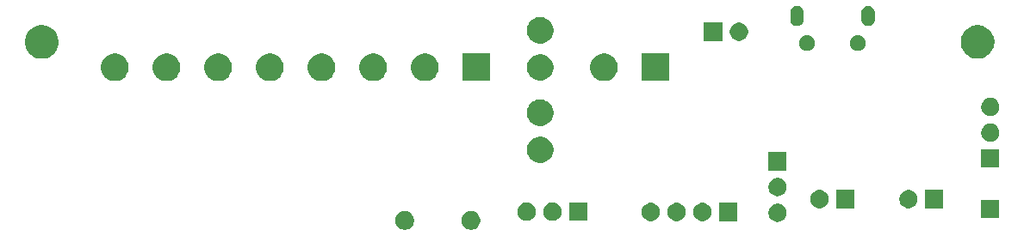
<source format=gbr>
G04 #@! TF.GenerationSoftware,KiCad,Pcbnew,(5.1.5)-3*
G04 #@! TF.CreationDate,2020-05-23T13:52:20-04:00*
G04 #@! TF.ProjectId,STM32_Klipper_Expander,53544d33-325f-44b6-9c69-707065725f45,B*
G04 #@! TF.SameCoordinates,Original*
G04 #@! TF.FileFunction,Soldermask,Bot*
G04 #@! TF.FilePolarity,Negative*
%FSLAX46Y46*%
G04 Gerber Fmt 4.6, Leading zero omitted, Abs format (unit mm)*
G04 Created by KiCad (PCBNEW (5.1.5)-3) date 2020-05-23 13:52:20*
%MOMM*%
%LPD*%
G04 APERTURE LIST*
%ADD10C,0.100000*%
G04 APERTURE END LIST*
D10*
G36*
X146460104Y-96722585D02*
G01*
X146628626Y-96792389D01*
X146780291Y-96893728D01*
X146909272Y-97022709D01*
X147010611Y-97174374D01*
X147080415Y-97342896D01*
X147116000Y-97521797D01*
X147116000Y-97704203D01*
X147080415Y-97883104D01*
X147010611Y-98051626D01*
X146909272Y-98203291D01*
X146780291Y-98332272D01*
X146628626Y-98433611D01*
X146460104Y-98503415D01*
X146281203Y-98539000D01*
X146098797Y-98539000D01*
X145919896Y-98503415D01*
X145751374Y-98433611D01*
X145599709Y-98332272D01*
X145470728Y-98203291D01*
X145369389Y-98051626D01*
X145299585Y-97883104D01*
X145264000Y-97704203D01*
X145264000Y-97521797D01*
X145299585Y-97342896D01*
X145369389Y-97174374D01*
X145470728Y-97022709D01*
X145599709Y-96893728D01*
X145751374Y-96792389D01*
X145919896Y-96722585D01*
X146098797Y-96687000D01*
X146281203Y-96687000D01*
X146460104Y-96722585D01*
G37*
G36*
X139960104Y-96722585D02*
G01*
X140128626Y-96792389D01*
X140280291Y-96893728D01*
X140409272Y-97022709D01*
X140510611Y-97174374D01*
X140580415Y-97342896D01*
X140616000Y-97521797D01*
X140616000Y-97704203D01*
X140580415Y-97883104D01*
X140510611Y-98051626D01*
X140409272Y-98203291D01*
X140280291Y-98332272D01*
X140128626Y-98433611D01*
X139960104Y-98503415D01*
X139781203Y-98539000D01*
X139598797Y-98539000D01*
X139419896Y-98503415D01*
X139251374Y-98433611D01*
X139099709Y-98332272D01*
X138970728Y-98203291D01*
X138869389Y-98051626D01*
X138799585Y-97883104D01*
X138764000Y-97704203D01*
X138764000Y-97521797D01*
X138799585Y-97342896D01*
X138869389Y-97174374D01*
X138970728Y-97022709D01*
X139099709Y-96893728D01*
X139251374Y-96792389D01*
X139419896Y-96722585D01*
X139598797Y-96687000D01*
X139781203Y-96687000D01*
X139960104Y-96722585D01*
G37*
G36*
X176454512Y-95954927D02*
G01*
X176603812Y-95984624D01*
X176767784Y-96052544D01*
X176915354Y-96151147D01*
X177040853Y-96276646D01*
X177139456Y-96424216D01*
X177207376Y-96588188D01*
X177242000Y-96762259D01*
X177242000Y-96939741D01*
X177207376Y-97113812D01*
X177139456Y-97277784D01*
X177040853Y-97425354D01*
X176915354Y-97550853D01*
X176767784Y-97649456D01*
X176603812Y-97717376D01*
X176454512Y-97747073D01*
X176429742Y-97752000D01*
X176252258Y-97752000D01*
X176227488Y-97747073D01*
X176078188Y-97717376D01*
X175914216Y-97649456D01*
X175766646Y-97550853D01*
X175641147Y-97425354D01*
X175542544Y-97277784D01*
X175474624Y-97113812D01*
X175440000Y-96939741D01*
X175440000Y-96762259D01*
X175474624Y-96588188D01*
X175542544Y-96424216D01*
X175641147Y-96276646D01*
X175766646Y-96151147D01*
X175914216Y-96052544D01*
X176078188Y-95984624D01*
X176227488Y-95954927D01*
X176252258Y-95950000D01*
X176429742Y-95950000D01*
X176454512Y-95954927D01*
G37*
G36*
X169067512Y-95881927D02*
G01*
X169216812Y-95911624D01*
X169380784Y-95979544D01*
X169528354Y-96078147D01*
X169653853Y-96203646D01*
X169752456Y-96351216D01*
X169820376Y-96515188D01*
X169855000Y-96689259D01*
X169855000Y-96866741D01*
X169820376Y-97040812D01*
X169752456Y-97204784D01*
X169653853Y-97352354D01*
X169528354Y-97477853D01*
X169380784Y-97576456D01*
X169216812Y-97644376D01*
X169067512Y-97674073D01*
X169042742Y-97679000D01*
X168865258Y-97679000D01*
X168840488Y-97674073D01*
X168691188Y-97644376D01*
X168527216Y-97576456D01*
X168379646Y-97477853D01*
X168254147Y-97352354D01*
X168155544Y-97204784D01*
X168087624Y-97040812D01*
X168053000Y-96866741D01*
X168053000Y-96689259D01*
X168087624Y-96515188D01*
X168155544Y-96351216D01*
X168254147Y-96203646D01*
X168379646Y-96078147D01*
X168527216Y-95979544D01*
X168691188Y-95911624D01*
X168840488Y-95881927D01*
X168865258Y-95877000D01*
X169042742Y-95877000D01*
X169067512Y-95881927D01*
G37*
G36*
X172395000Y-97679000D02*
G01*
X170593000Y-97679000D01*
X170593000Y-95877000D01*
X172395000Y-95877000D01*
X172395000Y-97679000D01*
G37*
G36*
X166527512Y-95881927D02*
G01*
X166676812Y-95911624D01*
X166840784Y-95979544D01*
X166988354Y-96078147D01*
X167113853Y-96203646D01*
X167212456Y-96351216D01*
X167280376Y-96515188D01*
X167315000Y-96689259D01*
X167315000Y-96866741D01*
X167280376Y-97040812D01*
X167212456Y-97204784D01*
X167113853Y-97352354D01*
X166988354Y-97477853D01*
X166840784Y-97576456D01*
X166676812Y-97644376D01*
X166527512Y-97674073D01*
X166502742Y-97679000D01*
X166325258Y-97679000D01*
X166300488Y-97674073D01*
X166151188Y-97644376D01*
X165987216Y-97576456D01*
X165839646Y-97477853D01*
X165714147Y-97352354D01*
X165615544Y-97204784D01*
X165547624Y-97040812D01*
X165513000Y-96866741D01*
X165513000Y-96689259D01*
X165547624Y-96515188D01*
X165615544Y-96351216D01*
X165714147Y-96203646D01*
X165839646Y-96078147D01*
X165987216Y-95979544D01*
X166151188Y-95911624D01*
X166300488Y-95881927D01*
X166325258Y-95877000D01*
X166502742Y-95877000D01*
X166527512Y-95881927D01*
G37*
G36*
X163987512Y-95881927D02*
G01*
X164136812Y-95911624D01*
X164300784Y-95979544D01*
X164448354Y-96078147D01*
X164573853Y-96203646D01*
X164672456Y-96351216D01*
X164740376Y-96515188D01*
X164775000Y-96689259D01*
X164775000Y-96866741D01*
X164740376Y-97040812D01*
X164672456Y-97204784D01*
X164573853Y-97352354D01*
X164448354Y-97477853D01*
X164300784Y-97576456D01*
X164136812Y-97644376D01*
X163987512Y-97674073D01*
X163962742Y-97679000D01*
X163785258Y-97679000D01*
X163760488Y-97674073D01*
X163611188Y-97644376D01*
X163447216Y-97576456D01*
X163299646Y-97477853D01*
X163174147Y-97352354D01*
X163075544Y-97204784D01*
X163007624Y-97040812D01*
X162973000Y-96866741D01*
X162973000Y-96689259D01*
X163007624Y-96515188D01*
X163075544Y-96351216D01*
X163174147Y-96203646D01*
X163299646Y-96078147D01*
X163447216Y-95979544D01*
X163611188Y-95911624D01*
X163760488Y-95881927D01*
X163785258Y-95877000D01*
X163962742Y-95877000D01*
X163987512Y-95881927D01*
G37*
G36*
X151783512Y-95853927D02*
G01*
X151932812Y-95883624D01*
X152096784Y-95951544D01*
X152244354Y-96050147D01*
X152369853Y-96175646D01*
X152468456Y-96323216D01*
X152536376Y-96487188D01*
X152571000Y-96661259D01*
X152571000Y-96838741D01*
X152536376Y-97012812D01*
X152468456Y-97176784D01*
X152369853Y-97324354D01*
X152244354Y-97449853D01*
X152096784Y-97548456D01*
X151932812Y-97616376D01*
X151792048Y-97644375D01*
X151758742Y-97651000D01*
X151581258Y-97651000D01*
X151547952Y-97644375D01*
X151407188Y-97616376D01*
X151243216Y-97548456D01*
X151095646Y-97449853D01*
X150970147Y-97324354D01*
X150871544Y-97176784D01*
X150803624Y-97012812D01*
X150769000Y-96838741D01*
X150769000Y-96661259D01*
X150803624Y-96487188D01*
X150871544Y-96323216D01*
X150970147Y-96175646D01*
X151095646Y-96050147D01*
X151243216Y-95951544D01*
X151407188Y-95883624D01*
X151556488Y-95853927D01*
X151581258Y-95849000D01*
X151758742Y-95849000D01*
X151783512Y-95853927D01*
G37*
G36*
X154323512Y-95853927D02*
G01*
X154472812Y-95883624D01*
X154636784Y-95951544D01*
X154784354Y-96050147D01*
X154909853Y-96175646D01*
X155008456Y-96323216D01*
X155076376Y-96487188D01*
X155111000Y-96661259D01*
X155111000Y-96838741D01*
X155076376Y-97012812D01*
X155008456Y-97176784D01*
X154909853Y-97324354D01*
X154784354Y-97449853D01*
X154636784Y-97548456D01*
X154472812Y-97616376D01*
X154332048Y-97644375D01*
X154298742Y-97651000D01*
X154121258Y-97651000D01*
X154087952Y-97644375D01*
X153947188Y-97616376D01*
X153783216Y-97548456D01*
X153635646Y-97449853D01*
X153510147Y-97324354D01*
X153411544Y-97176784D01*
X153343624Y-97012812D01*
X153309000Y-96838741D01*
X153309000Y-96661259D01*
X153343624Y-96487188D01*
X153411544Y-96323216D01*
X153510147Y-96175646D01*
X153635646Y-96050147D01*
X153783216Y-95951544D01*
X153947188Y-95883624D01*
X154096488Y-95853927D01*
X154121258Y-95849000D01*
X154298742Y-95849000D01*
X154323512Y-95853927D01*
G37*
G36*
X157651000Y-97651000D02*
G01*
X155849000Y-97651000D01*
X155849000Y-95849000D01*
X157651000Y-95849000D01*
X157651000Y-97651000D01*
G37*
G36*
X198151000Y-97401000D02*
G01*
X196349000Y-97401000D01*
X196349000Y-95599000D01*
X198151000Y-95599000D01*
X198151000Y-97401000D01*
G37*
G36*
X183901000Y-96401000D02*
G01*
X182099000Y-96401000D01*
X182099000Y-94599000D01*
X183901000Y-94599000D01*
X183901000Y-96401000D01*
G37*
G36*
X180573512Y-94603927D02*
G01*
X180722812Y-94633624D01*
X180886784Y-94701544D01*
X181034354Y-94800147D01*
X181159853Y-94925646D01*
X181258456Y-95073216D01*
X181326376Y-95237188D01*
X181356073Y-95386488D01*
X181361000Y-95411258D01*
X181361000Y-95588742D01*
X181356073Y-95613512D01*
X181326376Y-95762812D01*
X181258456Y-95926784D01*
X181159853Y-96074354D01*
X181034354Y-96199853D01*
X180886784Y-96298456D01*
X180722812Y-96366376D01*
X180573512Y-96396073D01*
X180548742Y-96401000D01*
X180371258Y-96401000D01*
X180346488Y-96396073D01*
X180197188Y-96366376D01*
X180033216Y-96298456D01*
X179885646Y-96199853D01*
X179760147Y-96074354D01*
X179661544Y-95926784D01*
X179593624Y-95762812D01*
X179563927Y-95613512D01*
X179559000Y-95588742D01*
X179559000Y-95411258D01*
X179563927Y-95386488D01*
X179593624Y-95237188D01*
X179661544Y-95073216D01*
X179760147Y-94925646D01*
X179885646Y-94800147D01*
X180033216Y-94701544D01*
X180197188Y-94633624D01*
X180346488Y-94603927D01*
X180371258Y-94599000D01*
X180548742Y-94599000D01*
X180573512Y-94603927D01*
G37*
G36*
X192651000Y-96401000D02*
G01*
X190849000Y-96401000D01*
X190849000Y-94599000D01*
X192651000Y-94599000D01*
X192651000Y-96401000D01*
G37*
G36*
X189323512Y-94603927D02*
G01*
X189472812Y-94633624D01*
X189636784Y-94701544D01*
X189784354Y-94800147D01*
X189909853Y-94925646D01*
X190008456Y-95073216D01*
X190076376Y-95237188D01*
X190106073Y-95386488D01*
X190111000Y-95411258D01*
X190111000Y-95588742D01*
X190106073Y-95613512D01*
X190076376Y-95762812D01*
X190008456Y-95926784D01*
X189909853Y-96074354D01*
X189784354Y-96199853D01*
X189636784Y-96298456D01*
X189472812Y-96366376D01*
X189323512Y-96396073D01*
X189298742Y-96401000D01*
X189121258Y-96401000D01*
X189096488Y-96396073D01*
X188947188Y-96366376D01*
X188783216Y-96298456D01*
X188635646Y-96199853D01*
X188510147Y-96074354D01*
X188411544Y-95926784D01*
X188343624Y-95762812D01*
X188313927Y-95613512D01*
X188309000Y-95588742D01*
X188309000Y-95411258D01*
X188313927Y-95386488D01*
X188343624Y-95237188D01*
X188411544Y-95073216D01*
X188510147Y-94925646D01*
X188635646Y-94800147D01*
X188783216Y-94701544D01*
X188947188Y-94633624D01*
X189096488Y-94603927D01*
X189121258Y-94599000D01*
X189298742Y-94599000D01*
X189323512Y-94603927D01*
G37*
G36*
X176454512Y-93414927D02*
G01*
X176603812Y-93444624D01*
X176767784Y-93512544D01*
X176915354Y-93611147D01*
X177040853Y-93736646D01*
X177139456Y-93884216D01*
X177207376Y-94048188D01*
X177242000Y-94222259D01*
X177242000Y-94399741D01*
X177207376Y-94573812D01*
X177139456Y-94737784D01*
X177040853Y-94885354D01*
X176915354Y-95010853D01*
X176767784Y-95109456D01*
X176603812Y-95177376D01*
X176454512Y-95207073D01*
X176429742Y-95212000D01*
X176252258Y-95212000D01*
X176227488Y-95207073D01*
X176078188Y-95177376D01*
X175914216Y-95109456D01*
X175766646Y-95010853D01*
X175641147Y-94885354D01*
X175542544Y-94737784D01*
X175474624Y-94573812D01*
X175440000Y-94399741D01*
X175440000Y-94222259D01*
X175474624Y-94048188D01*
X175542544Y-93884216D01*
X175641147Y-93736646D01*
X175766646Y-93611147D01*
X175914216Y-93512544D01*
X176078188Y-93444624D01*
X176227488Y-93414927D01*
X176252258Y-93410000D01*
X176429742Y-93410000D01*
X176454512Y-93414927D01*
G37*
G36*
X177242000Y-92672000D02*
G01*
X175440000Y-92672000D01*
X175440000Y-90870000D01*
X177242000Y-90870000D01*
X177242000Y-92672000D01*
G37*
G36*
X198151000Y-92401000D02*
G01*
X196349000Y-92401000D01*
X196349000Y-90599000D01*
X198151000Y-90599000D01*
X198151000Y-92401000D01*
G37*
G36*
X153379487Y-89383996D02*
G01*
X153616253Y-89482068D01*
X153616255Y-89482069D01*
X153694505Y-89534354D01*
X153829339Y-89624447D01*
X154010553Y-89805661D01*
X154152932Y-90018747D01*
X154251004Y-90255513D01*
X154301000Y-90506861D01*
X154301000Y-90763139D01*
X154251004Y-91014487D01*
X154152932Y-91251253D01*
X154152931Y-91251255D01*
X154010553Y-91464339D01*
X153829339Y-91645553D01*
X153616255Y-91787931D01*
X153616254Y-91787932D01*
X153616253Y-91787932D01*
X153379487Y-91886004D01*
X153128139Y-91936000D01*
X152871861Y-91936000D01*
X152620513Y-91886004D01*
X152383747Y-91787932D01*
X152383746Y-91787932D01*
X152383745Y-91787931D01*
X152170661Y-91645553D01*
X151989447Y-91464339D01*
X151847069Y-91251255D01*
X151847068Y-91251253D01*
X151748996Y-91014487D01*
X151699000Y-90763139D01*
X151699000Y-90506861D01*
X151748996Y-90255513D01*
X151847068Y-90018747D01*
X151989447Y-89805661D01*
X152170661Y-89624447D01*
X152305495Y-89534354D01*
X152383745Y-89482069D01*
X152383747Y-89482068D01*
X152620513Y-89383996D01*
X152871861Y-89334000D01*
X153128139Y-89334000D01*
X153379487Y-89383996D01*
G37*
G36*
X197363512Y-88063927D02*
G01*
X197512812Y-88093624D01*
X197676784Y-88161544D01*
X197824354Y-88260147D01*
X197949853Y-88385646D01*
X198048456Y-88533216D01*
X198116376Y-88697188D01*
X198151000Y-88871259D01*
X198151000Y-89048741D01*
X198116376Y-89222812D01*
X198048456Y-89386784D01*
X197949853Y-89534354D01*
X197824354Y-89659853D01*
X197676784Y-89758456D01*
X197512812Y-89826376D01*
X197363512Y-89856073D01*
X197338742Y-89861000D01*
X197161258Y-89861000D01*
X197136488Y-89856073D01*
X196987188Y-89826376D01*
X196823216Y-89758456D01*
X196675646Y-89659853D01*
X196550147Y-89534354D01*
X196451544Y-89386784D01*
X196383624Y-89222812D01*
X196349000Y-89048741D01*
X196349000Y-88871259D01*
X196383624Y-88697188D01*
X196451544Y-88533216D01*
X196550147Y-88385646D01*
X196675646Y-88260147D01*
X196823216Y-88161544D01*
X196987188Y-88093624D01*
X197136488Y-88063927D01*
X197161258Y-88059000D01*
X197338742Y-88059000D01*
X197363512Y-88063927D01*
G37*
G36*
X153379487Y-85723996D02*
G01*
X153616253Y-85822068D01*
X153616255Y-85822069D01*
X153651542Y-85845647D01*
X153829339Y-85964447D01*
X154010553Y-86145661D01*
X154152932Y-86358747D01*
X154251004Y-86595513D01*
X154301000Y-86846861D01*
X154301000Y-87103139D01*
X154251004Y-87354487D01*
X154152932Y-87591253D01*
X154152931Y-87591255D01*
X154010553Y-87804339D01*
X153829339Y-87985553D01*
X153616255Y-88127931D01*
X153616254Y-88127932D01*
X153616253Y-88127932D01*
X153379487Y-88226004D01*
X153128139Y-88276000D01*
X152871861Y-88276000D01*
X152620513Y-88226004D01*
X152383747Y-88127932D01*
X152383746Y-88127932D01*
X152383745Y-88127931D01*
X152170661Y-87985553D01*
X151989447Y-87804339D01*
X151847069Y-87591255D01*
X151847068Y-87591253D01*
X151748996Y-87354487D01*
X151699000Y-87103139D01*
X151699000Y-86846861D01*
X151748996Y-86595513D01*
X151847068Y-86358747D01*
X151989447Y-86145661D01*
X152170661Y-85964447D01*
X152348458Y-85845647D01*
X152383745Y-85822069D01*
X152383747Y-85822068D01*
X152620513Y-85723996D01*
X152871861Y-85674000D01*
X153128139Y-85674000D01*
X153379487Y-85723996D01*
G37*
G36*
X197363512Y-85523927D02*
G01*
X197512812Y-85553624D01*
X197676784Y-85621544D01*
X197824354Y-85720147D01*
X197949853Y-85845646D01*
X198048456Y-85993216D01*
X198116376Y-86157188D01*
X198151000Y-86331259D01*
X198151000Y-86508741D01*
X198116376Y-86682812D01*
X198048456Y-86846784D01*
X197949853Y-86994354D01*
X197824354Y-87119853D01*
X197676784Y-87218456D01*
X197512812Y-87286376D01*
X197363512Y-87316073D01*
X197338742Y-87321000D01*
X197161258Y-87321000D01*
X197136488Y-87316073D01*
X196987188Y-87286376D01*
X196823216Y-87218456D01*
X196675646Y-87119853D01*
X196550147Y-86994354D01*
X196451544Y-86846784D01*
X196383624Y-86682812D01*
X196349000Y-86508741D01*
X196349000Y-86331259D01*
X196383624Y-86157188D01*
X196451544Y-85993216D01*
X196550147Y-85845646D01*
X196675646Y-85720147D01*
X196823216Y-85621544D01*
X196987188Y-85553624D01*
X197136488Y-85523927D01*
X197161258Y-85519000D01*
X197338742Y-85519000D01*
X197363512Y-85523927D01*
G37*
G36*
X111584072Y-81200918D02*
G01*
X111780827Y-81282416D01*
X111829939Y-81302759D01*
X111903736Y-81352069D01*
X112051211Y-81450609D01*
X112239391Y-81638789D01*
X112387242Y-81860063D01*
X112489082Y-82105928D01*
X112492978Y-82125512D01*
X112541000Y-82366938D01*
X112541000Y-82633062D01*
X112489082Y-82894072D01*
X112387241Y-83139939D01*
X112239390Y-83361212D01*
X112051212Y-83549390D01*
X111829939Y-83697241D01*
X111829938Y-83697242D01*
X111829937Y-83697242D01*
X111584072Y-83799082D01*
X111323063Y-83851000D01*
X111056937Y-83851000D01*
X110795928Y-83799082D01*
X110550063Y-83697242D01*
X110550062Y-83697242D01*
X110550061Y-83697241D01*
X110328788Y-83549390D01*
X110140610Y-83361212D01*
X109992759Y-83139939D01*
X109890918Y-82894072D01*
X109839000Y-82633062D01*
X109839000Y-82366938D01*
X109887023Y-82125512D01*
X109890918Y-82105928D01*
X109992758Y-81860063D01*
X110140609Y-81638789D01*
X110328789Y-81450609D01*
X110476264Y-81352069D01*
X110550061Y-81302759D01*
X110599174Y-81282416D01*
X110795928Y-81200918D01*
X111056937Y-81149000D01*
X111323063Y-81149000D01*
X111584072Y-81200918D01*
G37*
G36*
X121744072Y-81200918D02*
G01*
X121940827Y-81282416D01*
X121989939Y-81302759D01*
X122063736Y-81352069D01*
X122211211Y-81450609D01*
X122399391Y-81638789D01*
X122547242Y-81860063D01*
X122649082Y-82105928D01*
X122652978Y-82125512D01*
X122701000Y-82366938D01*
X122701000Y-82633062D01*
X122649082Y-82894072D01*
X122547241Y-83139939D01*
X122399390Y-83361212D01*
X122211212Y-83549390D01*
X121989939Y-83697241D01*
X121989938Y-83697242D01*
X121989937Y-83697242D01*
X121744072Y-83799082D01*
X121483063Y-83851000D01*
X121216937Y-83851000D01*
X120955928Y-83799082D01*
X120710063Y-83697242D01*
X120710062Y-83697242D01*
X120710061Y-83697241D01*
X120488788Y-83549390D01*
X120300610Y-83361212D01*
X120152759Y-83139939D01*
X120050918Y-82894072D01*
X119999000Y-82633062D01*
X119999000Y-82366938D01*
X120047023Y-82125512D01*
X120050918Y-82105928D01*
X120152758Y-81860063D01*
X120300609Y-81638789D01*
X120488789Y-81450609D01*
X120636264Y-81352069D01*
X120710061Y-81302759D01*
X120759174Y-81282416D01*
X120955928Y-81200918D01*
X121216937Y-81149000D01*
X121483063Y-81149000D01*
X121744072Y-81200918D01*
G37*
G36*
X126824072Y-81200918D02*
G01*
X127020827Y-81282416D01*
X127069939Y-81302759D01*
X127143736Y-81352069D01*
X127291211Y-81450609D01*
X127479391Y-81638789D01*
X127627242Y-81860063D01*
X127729082Y-82105928D01*
X127732978Y-82125512D01*
X127781000Y-82366938D01*
X127781000Y-82633062D01*
X127729082Y-82894072D01*
X127627241Y-83139939D01*
X127479390Y-83361212D01*
X127291212Y-83549390D01*
X127069939Y-83697241D01*
X127069938Y-83697242D01*
X127069937Y-83697242D01*
X126824072Y-83799082D01*
X126563063Y-83851000D01*
X126296937Y-83851000D01*
X126035928Y-83799082D01*
X125790063Y-83697242D01*
X125790062Y-83697242D01*
X125790061Y-83697241D01*
X125568788Y-83549390D01*
X125380610Y-83361212D01*
X125232759Y-83139939D01*
X125130918Y-82894072D01*
X125079000Y-82633062D01*
X125079000Y-82366938D01*
X125127023Y-82125512D01*
X125130918Y-82105928D01*
X125232758Y-81860063D01*
X125380609Y-81638789D01*
X125568789Y-81450609D01*
X125716264Y-81352069D01*
X125790061Y-81302759D01*
X125839174Y-81282416D01*
X126035928Y-81200918D01*
X126296937Y-81149000D01*
X126563063Y-81149000D01*
X126824072Y-81200918D01*
G37*
G36*
X131904072Y-81200918D02*
G01*
X132100827Y-81282416D01*
X132149939Y-81302759D01*
X132223736Y-81352069D01*
X132371211Y-81450609D01*
X132559391Y-81638789D01*
X132707242Y-81860063D01*
X132809082Y-82105928D01*
X132812978Y-82125512D01*
X132861000Y-82366938D01*
X132861000Y-82633062D01*
X132809082Y-82894072D01*
X132707241Y-83139939D01*
X132559390Y-83361212D01*
X132371212Y-83549390D01*
X132149939Y-83697241D01*
X132149938Y-83697242D01*
X132149937Y-83697242D01*
X131904072Y-83799082D01*
X131643063Y-83851000D01*
X131376937Y-83851000D01*
X131115928Y-83799082D01*
X130870063Y-83697242D01*
X130870062Y-83697242D01*
X130870061Y-83697241D01*
X130648788Y-83549390D01*
X130460610Y-83361212D01*
X130312759Y-83139939D01*
X130210918Y-82894072D01*
X130159000Y-82633062D01*
X130159000Y-82366938D01*
X130207023Y-82125512D01*
X130210918Y-82105928D01*
X130312758Y-81860063D01*
X130460609Y-81638789D01*
X130648789Y-81450609D01*
X130796264Y-81352069D01*
X130870061Y-81302759D01*
X130919174Y-81282416D01*
X131115928Y-81200918D01*
X131376937Y-81149000D01*
X131643063Y-81149000D01*
X131904072Y-81200918D01*
G37*
G36*
X136984072Y-81200918D02*
G01*
X137180827Y-81282416D01*
X137229939Y-81302759D01*
X137303736Y-81352069D01*
X137451211Y-81450609D01*
X137639391Y-81638789D01*
X137787242Y-81860063D01*
X137889082Y-82105928D01*
X137892978Y-82125512D01*
X137941000Y-82366938D01*
X137941000Y-82633062D01*
X137889082Y-82894072D01*
X137787241Y-83139939D01*
X137639390Y-83361212D01*
X137451212Y-83549390D01*
X137229939Y-83697241D01*
X137229938Y-83697242D01*
X137229937Y-83697242D01*
X136984072Y-83799082D01*
X136723063Y-83851000D01*
X136456937Y-83851000D01*
X136195928Y-83799082D01*
X135950063Y-83697242D01*
X135950062Y-83697242D01*
X135950061Y-83697241D01*
X135728788Y-83549390D01*
X135540610Y-83361212D01*
X135392759Y-83139939D01*
X135290918Y-82894072D01*
X135239000Y-82633062D01*
X135239000Y-82366938D01*
X135287023Y-82125512D01*
X135290918Y-82105928D01*
X135392758Y-81860063D01*
X135540609Y-81638789D01*
X135728789Y-81450609D01*
X135876264Y-81352069D01*
X135950061Y-81302759D01*
X135999174Y-81282416D01*
X136195928Y-81200918D01*
X136456937Y-81149000D01*
X136723063Y-81149000D01*
X136984072Y-81200918D01*
G37*
G36*
X142064072Y-81200918D02*
G01*
X142260827Y-81282416D01*
X142309939Y-81302759D01*
X142383736Y-81352069D01*
X142531211Y-81450609D01*
X142719391Y-81638789D01*
X142867242Y-81860063D01*
X142969082Y-82105928D01*
X142972978Y-82125512D01*
X143021000Y-82366938D01*
X143021000Y-82633062D01*
X142969082Y-82894072D01*
X142867241Y-83139939D01*
X142719390Y-83361212D01*
X142531212Y-83549390D01*
X142309939Y-83697241D01*
X142309938Y-83697242D01*
X142309937Y-83697242D01*
X142064072Y-83799082D01*
X141803063Y-83851000D01*
X141536937Y-83851000D01*
X141275928Y-83799082D01*
X141030063Y-83697242D01*
X141030062Y-83697242D01*
X141030061Y-83697241D01*
X140808788Y-83549390D01*
X140620610Y-83361212D01*
X140472759Y-83139939D01*
X140370918Y-82894072D01*
X140319000Y-82633062D01*
X140319000Y-82366938D01*
X140367023Y-82125512D01*
X140370918Y-82105928D01*
X140472758Y-81860063D01*
X140620609Y-81638789D01*
X140808789Y-81450609D01*
X140956264Y-81352069D01*
X141030061Y-81302759D01*
X141079174Y-81282416D01*
X141275928Y-81200918D01*
X141536937Y-81149000D01*
X141803063Y-81149000D01*
X142064072Y-81200918D01*
G37*
G36*
X148101000Y-83851000D02*
G01*
X145399000Y-83851000D01*
X145399000Y-81149000D01*
X148101000Y-81149000D01*
X148101000Y-83851000D01*
G37*
G36*
X159664072Y-81200918D02*
G01*
X159860827Y-81282416D01*
X159909939Y-81302759D01*
X159983736Y-81352069D01*
X160131211Y-81450609D01*
X160319391Y-81638789D01*
X160467242Y-81860063D01*
X160569082Y-82105928D01*
X160572978Y-82125512D01*
X160621000Y-82366938D01*
X160621000Y-82633062D01*
X160569082Y-82894072D01*
X160467241Y-83139939D01*
X160319390Y-83361212D01*
X160131212Y-83549390D01*
X159909939Y-83697241D01*
X159909938Y-83697242D01*
X159909937Y-83697242D01*
X159664072Y-83799082D01*
X159403063Y-83851000D01*
X159136937Y-83851000D01*
X158875928Y-83799082D01*
X158630063Y-83697242D01*
X158630062Y-83697242D01*
X158630061Y-83697241D01*
X158408788Y-83549390D01*
X158220610Y-83361212D01*
X158072759Y-83139939D01*
X157970918Y-82894072D01*
X157919000Y-82633062D01*
X157919000Y-82366938D01*
X157967023Y-82125512D01*
X157970918Y-82105928D01*
X158072758Y-81860063D01*
X158220609Y-81638789D01*
X158408789Y-81450609D01*
X158556264Y-81352069D01*
X158630061Y-81302759D01*
X158679174Y-81282416D01*
X158875928Y-81200918D01*
X159136937Y-81149000D01*
X159403063Y-81149000D01*
X159664072Y-81200918D01*
G37*
G36*
X165701000Y-83851000D02*
G01*
X162999000Y-83851000D01*
X162999000Y-81149000D01*
X165701000Y-81149000D01*
X165701000Y-83851000D01*
G37*
G36*
X116664072Y-81200918D02*
G01*
X116860827Y-81282416D01*
X116909939Y-81302759D01*
X116983736Y-81352069D01*
X117131211Y-81450609D01*
X117319391Y-81638789D01*
X117467242Y-81860063D01*
X117569082Y-82105928D01*
X117572978Y-82125512D01*
X117621000Y-82366938D01*
X117621000Y-82633062D01*
X117569082Y-82894072D01*
X117467241Y-83139939D01*
X117319390Y-83361212D01*
X117131212Y-83549390D01*
X116909939Y-83697241D01*
X116909938Y-83697242D01*
X116909937Y-83697242D01*
X116664072Y-83799082D01*
X116403063Y-83851000D01*
X116136937Y-83851000D01*
X115875928Y-83799082D01*
X115630063Y-83697242D01*
X115630062Y-83697242D01*
X115630061Y-83697241D01*
X115408788Y-83549390D01*
X115220610Y-83361212D01*
X115072759Y-83139939D01*
X114970918Y-82894072D01*
X114919000Y-82633062D01*
X114919000Y-82366938D01*
X114967023Y-82125512D01*
X114970918Y-82105928D01*
X115072758Y-81860063D01*
X115220609Y-81638789D01*
X115408789Y-81450609D01*
X115556264Y-81352069D01*
X115630061Y-81302759D01*
X115679174Y-81282416D01*
X115875928Y-81200918D01*
X116136937Y-81149000D01*
X116403063Y-81149000D01*
X116664072Y-81200918D01*
G37*
G36*
X153379487Y-81253996D02*
G01*
X153616253Y-81352068D01*
X153616255Y-81352069D01*
X153763731Y-81450609D01*
X153829339Y-81494447D01*
X154010553Y-81675661D01*
X154152932Y-81888747D01*
X154251004Y-82125513D01*
X154301000Y-82376861D01*
X154301000Y-82633139D01*
X154251004Y-82884487D01*
X154152932Y-83121253D01*
X154152931Y-83121255D01*
X154010553Y-83334339D01*
X153829339Y-83515553D01*
X153616255Y-83657931D01*
X153616254Y-83657932D01*
X153616253Y-83657932D01*
X153379487Y-83756004D01*
X153128139Y-83806000D01*
X152871861Y-83806000D01*
X152620513Y-83756004D01*
X152383747Y-83657932D01*
X152383746Y-83657932D01*
X152383745Y-83657931D01*
X152170661Y-83515553D01*
X151989447Y-83334339D01*
X151847069Y-83121255D01*
X151847068Y-83121253D01*
X151748996Y-82884487D01*
X151699000Y-82633139D01*
X151699000Y-82376861D01*
X151748996Y-82125513D01*
X151847068Y-81888747D01*
X151989447Y-81675661D01*
X152170661Y-81494447D01*
X152236269Y-81450609D01*
X152383745Y-81352069D01*
X152383747Y-81352068D01*
X152620513Y-81253996D01*
X152871861Y-81204000D01*
X153128139Y-81204000D01*
X153379487Y-81253996D01*
G37*
G36*
X104375256Y-78391298D02*
G01*
X104481579Y-78412447D01*
X104782042Y-78536903D01*
X105052451Y-78717585D01*
X105282415Y-78947549D01*
X105376757Y-79088742D01*
X105463098Y-79217960D01*
X105465802Y-79224488D01*
X105587553Y-79518421D01*
X105598679Y-79574354D01*
X105651000Y-79837389D01*
X105651000Y-80162611D01*
X105643974Y-80197931D01*
X105587553Y-80481579D01*
X105463097Y-80782042D01*
X105282415Y-81052451D01*
X105052451Y-81282415D01*
X104782042Y-81463097D01*
X104782041Y-81463098D01*
X104782040Y-81463098D01*
X104694037Y-81499550D01*
X104481579Y-81587553D01*
X104375256Y-81608702D01*
X104162611Y-81651000D01*
X103837389Y-81651000D01*
X103624744Y-81608702D01*
X103518421Y-81587553D01*
X103305963Y-81499550D01*
X103217960Y-81463098D01*
X103217959Y-81463098D01*
X103217958Y-81463097D01*
X102947549Y-81282415D01*
X102717585Y-81052451D01*
X102536903Y-80782042D01*
X102412447Y-80481579D01*
X102356026Y-80197931D01*
X102349000Y-80162611D01*
X102349000Y-79837389D01*
X102401321Y-79574354D01*
X102412447Y-79518421D01*
X102534198Y-79224488D01*
X102536902Y-79217960D01*
X102623243Y-79088742D01*
X102717585Y-78947549D01*
X102947549Y-78717585D01*
X103217958Y-78536903D01*
X103518421Y-78412447D01*
X103624744Y-78391298D01*
X103837389Y-78349000D01*
X104162611Y-78349000D01*
X104375256Y-78391298D01*
G37*
G36*
X196375256Y-78391298D02*
G01*
X196481579Y-78412447D01*
X196782042Y-78536903D01*
X197052451Y-78717585D01*
X197282415Y-78947549D01*
X197376757Y-79088742D01*
X197463098Y-79217960D01*
X197465802Y-79224488D01*
X197587553Y-79518421D01*
X197598679Y-79574354D01*
X197651000Y-79837389D01*
X197651000Y-80162611D01*
X197643974Y-80197931D01*
X197587553Y-80481579D01*
X197463097Y-80782042D01*
X197282415Y-81052451D01*
X197052451Y-81282415D01*
X196782042Y-81463097D01*
X196782041Y-81463098D01*
X196782040Y-81463098D01*
X196694037Y-81499550D01*
X196481579Y-81587553D01*
X196375256Y-81608702D01*
X196162611Y-81651000D01*
X195837389Y-81651000D01*
X195624744Y-81608702D01*
X195518421Y-81587553D01*
X195305963Y-81499550D01*
X195217960Y-81463098D01*
X195217959Y-81463098D01*
X195217958Y-81463097D01*
X194947549Y-81282415D01*
X194717585Y-81052451D01*
X194536903Y-80782042D01*
X194412447Y-80481579D01*
X194356026Y-80197931D01*
X194349000Y-80162611D01*
X194349000Y-79837389D01*
X194401321Y-79574354D01*
X194412447Y-79518421D01*
X194534198Y-79224488D01*
X194536902Y-79217960D01*
X194623243Y-79088742D01*
X194717585Y-78947549D01*
X194947549Y-78717585D01*
X195217958Y-78536903D01*
X195518421Y-78412447D01*
X195624744Y-78391298D01*
X195837389Y-78349000D01*
X196162611Y-78349000D01*
X196375256Y-78391298D01*
G37*
G36*
X184468348Y-79375320D02*
G01*
X184468350Y-79375321D01*
X184468351Y-79375321D01*
X184609574Y-79433817D01*
X184609577Y-79433819D01*
X184736669Y-79518739D01*
X184844761Y-79626831D01*
X184929681Y-79753923D01*
X184929683Y-79753926D01*
X184976261Y-79866376D01*
X184988180Y-79895152D01*
X185008624Y-79997932D01*
X185018000Y-80045071D01*
X185018000Y-80197929D01*
X184988179Y-80347851D01*
X184929683Y-80489074D01*
X184929681Y-80489077D01*
X184844761Y-80616169D01*
X184736669Y-80724261D01*
X184650196Y-80782040D01*
X184609574Y-80809183D01*
X184468351Y-80867679D01*
X184468350Y-80867679D01*
X184468348Y-80867680D01*
X184318431Y-80897500D01*
X184165569Y-80897500D01*
X184015652Y-80867680D01*
X184015650Y-80867679D01*
X184015649Y-80867679D01*
X183874426Y-80809183D01*
X183833804Y-80782040D01*
X183747331Y-80724261D01*
X183639239Y-80616169D01*
X183554319Y-80489077D01*
X183554317Y-80489074D01*
X183495821Y-80347851D01*
X183466000Y-80197929D01*
X183466000Y-80045071D01*
X183475376Y-79997932D01*
X183495820Y-79895152D01*
X183507739Y-79866376D01*
X183554317Y-79753926D01*
X183554319Y-79753923D01*
X183639239Y-79626831D01*
X183747331Y-79518739D01*
X183874423Y-79433819D01*
X183874426Y-79433817D01*
X184015649Y-79375321D01*
X184015650Y-79375321D01*
X184015652Y-79375320D01*
X184165569Y-79345500D01*
X184318431Y-79345500D01*
X184468348Y-79375320D01*
G37*
G36*
X179468348Y-79375320D02*
G01*
X179468350Y-79375321D01*
X179468351Y-79375321D01*
X179609574Y-79433817D01*
X179609577Y-79433819D01*
X179736669Y-79518739D01*
X179844761Y-79626831D01*
X179929681Y-79753923D01*
X179929683Y-79753926D01*
X179976261Y-79866376D01*
X179988180Y-79895152D01*
X180008624Y-79997932D01*
X180018000Y-80045071D01*
X180018000Y-80197929D01*
X179988179Y-80347851D01*
X179929683Y-80489074D01*
X179929681Y-80489077D01*
X179844761Y-80616169D01*
X179736669Y-80724261D01*
X179650196Y-80782040D01*
X179609574Y-80809183D01*
X179468351Y-80867679D01*
X179468350Y-80867679D01*
X179468348Y-80867680D01*
X179318431Y-80897500D01*
X179165569Y-80897500D01*
X179015652Y-80867680D01*
X179015650Y-80867679D01*
X179015649Y-80867679D01*
X178874426Y-80809183D01*
X178833804Y-80782040D01*
X178747331Y-80724261D01*
X178639239Y-80616169D01*
X178554319Y-80489077D01*
X178554317Y-80489074D01*
X178495821Y-80347851D01*
X178466000Y-80197929D01*
X178466000Y-80045071D01*
X178475376Y-79997932D01*
X178495820Y-79895152D01*
X178507739Y-79866376D01*
X178554317Y-79753926D01*
X178554319Y-79753923D01*
X178639239Y-79626831D01*
X178747331Y-79518739D01*
X178874423Y-79433819D01*
X178874426Y-79433817D01*
X179015649Y-79375321D01*
X179015650Y-79375321D01*
X179015652Y-79375320D01*
X179165569Y-79345500D01*
X179318431Y-79345500D01*
X179468348Y-79375320D01*
G37*
G36*
X153379487Y-77593996D02*
G01*
X153616253Y-77692068D01*
X153616255Y-77692069D01*
X153829339Y-77834447D01*
X154010553Y-78015661D01*
X154090243Y-78134925D01*
X154152932Y-78228747D01*
X154251004Y-78465513D01*
X154301000Y-78716861D01*
X154301000Y-78973139D01*
X154251004Y-79224487D01*
X154152932Y-79461253D01*
X154152931Y-79461255D01*
X154010553Y-79674339D01*
X153829339Y-79855553D01*
X153616255Y-79997931D01*
X153616254Y-79997932D01*
X153616253Y-79997932D01*
X153379487Y-80096004D01*
X153128139Y-80146000D01*
X152871861Y-80146000D01*
X152620513Y-80096004D01*
X152383747Y-79997932D01*
X152383746Y-79997932D01*
X152383745Y-79997931D01*
X152170661Y-79855553D01*
X151989447Y-79674339D01*
X151847069Y-79461255D01*
X151847068Y-79461253D01*
X151748996Y-79224487D01*
X151699000Y-78973139D01*
X151699000Y-78716861D01*
X151748996Y-78465513D01*
X151847068Y-78228747D01*
X151909758Y-78134925D01*
X151989447Y-78015661D01*
X152170661Y-77834447D01*
X152383745Y-77692069D01*
X152383747Y-77692068D01*
X152620513Y-77593996D01*
X152871861Y-77544000D01*
X153128139Y-77544000D01*
X153379487Y-77593996D01*
G37*
G36*
X170901000Y-79901000D02*
G01*
X169099000Y-79901000D01*
X169099000Y-78099000D01*
X170901000Y-78099000D01*
X170901000Y-79901000D01*
G37*
G36*
X172653512Y-78103927D02*
G01*
X172802812Y-78133624D01*
X172966784Y-78201544D01*
X173114354Y-78300147D01*
X173239853Y-78425646D01*
X173338456Y-78573216D01*
X173406376Y-78737188D01*
X173441000Y-78911259D01*
X173441000Y-79088741D01*
X173406376Y-79262812D01*
X173338456Y-79426784D01*
X173239853Y-79574354D01*
X173114354Y-79699853D01*
X172966784Y-79798456D01*
X172802812Y-79866376D01*
X172653512Y-79896073D01*
X172628742Y-79901000D01*
X172451258Y-79901000D01*
X172426488Y-79896073D01*
X172277188Y-79866376D01*
X172113216Y-79798456D01*
X171965646Y-79699853D01*
X171840147Y-79574354D01*
X171741544Y-79426784D01*
X171673624Y-79262812D01*
X171639000Y-79088741D01*
X171639000Y-78911259D01*
X171673624Y-78737188D01*
X171741544Y-78573216D01*
X171840147Y-78425646D01*
X171965646Y-78300147D01*
X172113216Y-78201544D01*
X172277188Y-78133624D01*
X172426488Y-78103927D01*
X172451258Y-78099000D01*
X172628742Y-78099000D01*
X172653512Y-78103927D01*
G37*
G36*
X185369617Y-76429920D02*
G01*
X185460403Y-76457460D01*
X185492335Y-76467146D01*
X185605424Y-76527594D01*
X185704554Y-76608947D01*
X185785906Y-76708075D01*
X185846354Y-76821164D01*
X185856040Y-76853096D01*
X185883580Y-76943882D01*
X185893000Y-77039527D01*
X185893000Y-77803473D01*
X185883580Y-77899118D01*
X185856040Y-77989904D01*
X185846354Y-78021836D01*
X185785906Y-78134925D01*
X185704554Y-78234054D01*
X185605425Y-78315406D01*
X185492336Y-78375854D01*
X185460404Y-78385540D01*
X185369618Y-78413080D01*
X185242000Y-78425649D01*
X185114383Y-78413080D01*
X185023597Y-78385540D01*
X184991665Y-78375854D01*
X184878576Y-78315406D01*
X184779447Y-78234054D01*
X184698095Y-78134925D01*
X184637648Y-78021837D01*
X184637645Y-78021832D01*
X184600420Y-77899118D01*
X184591000Y-77803473D01*
X184591000Y-77039528D01*
X184600420Y-76943883D01*
X184637645Y-76821169D01*
X184637646Y-76821165D01*
X184698094Y-76708076D01*
X184779447Y-76608946D01*
X184878575Y-76527594D01*
X184991664Y-76467146D01*
X185023596Y-76457460D01*
X185114382Y-76429920D01*
X185242000Y-76417351D01*
X185369617Y-76429920D01*
G37*
G36*
X178369618Y-76429920D02*
G01*
X178460404Y-76457460D01*
X178492336Y-76467146D01*
X178605425Y-76527594D01*
X178704554Y-76608946D01*
X178785906Y-76708075D01*
X178846354Y-76821164D01*
X178856040Y-76853096D01*
X178883580Y-76943882D01*
X178893000Y-77039527D01*
X178893000Y-77803473D01*
X178883580Y-77899118D01*
X178856040Y-77989904D01*
X178846354Y-78021836D01*
X178785906Y-78134925D01*
X178704554Y-78234053D01*
X178605424Y-78315406D01*
X178492335Y-78375854D01*
X178460403Y-78385540D01*
X178369617Y-78413080D01*
X178242000Y-78425649D01*
X178114382Y-78413080D01*
X178023596Y-78385540D01*
X177991664Y-78375854D01*
X177878575Y-78315406D01*
X177779447Y-78234054D01*
X177698094Y-78134924D01*
X177637646Y-78021835D01*
X177627960Y-77989903D01*
X177600420Y-77899117D01*
X177591000Y-77803472D01*
X177591000Y-77039527D01*
X177600420Y-76943882D01*
X177637645Y-76821168D01*
X177662608Y-76774466D01*
X177698095Y-76708075D01*
X177779447Y-76608946D01*
X177878576Y-76527594D01*
X177991665Y-76467146D01*
X178023597Y-76457460D01*
X178114383Y-76429920D01*
X178242000Y-76417351D01*
X178369618Y-76429920D01*
G37*
M02*

</source>
